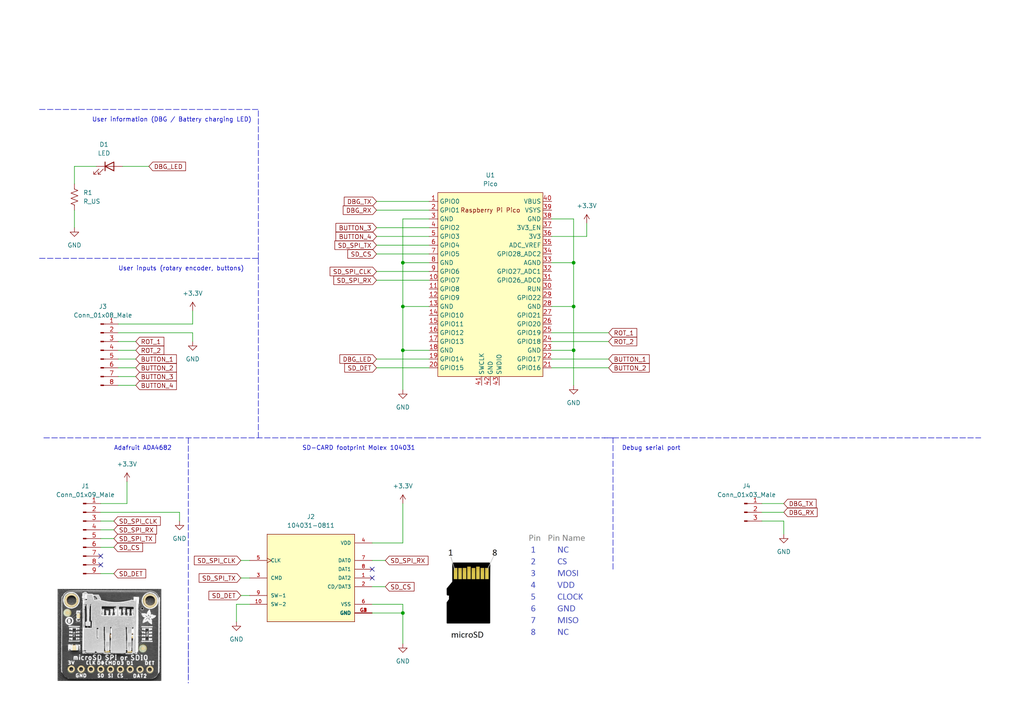
<source format=kicad_sch>
(kicad_sch (version 20211123) (generator eeschema)
  (paper "A4")
  (lib_symbols
    (symbol "104031-0811:104031-0811" (pin_names (offset 1.016))
      (property "Reference" "J" (at -12.7 13.462 0))
      (property "Value" "104031-0811" (at -12.7 -15.24 0))
      (symbol "104031-0811_0_0"
        (rectangle (start -12.7 -12.7) (end 12.7 12.7) (stroke (width 0.1524)) (fill (type background)))
        (pin bidirectional line (at 17.78 0 180) (length 5.08) (name "DAT2") (number "1"))
        (pin passive line (at -17.78 -7.62 0) (length 5.08) (name "SW-2") (number "10"))
        (pin bidirectional line (at 17.78 -2.54 180) (length 5.08) (name "CD/DAT3") (number "2"))
        (pin bidirectional line (at -17.78 0 0) (length 5.08) (name "CMD") (number "3"))
        (pin power_in line (at 17.78 10.16 180) (length 5.08) (name "VDD") (number "4"))
        (pin input clock (at -17.78 5.08 0) (length 5.08) (name "CLK") (number "5"))
        (pin power_in line (at 17.78 -7.62 180) (length 5.08) (name "VSS") (number "6"))
        (pin bidirectional line (at 17.78 5.08 180) (length 5.08) (name "DAT0") (number "7"))
        (pin bidirectional line (at 17.78 2.54 180) (length 5.08) (name "DAT1") (number "8"))
        (pin passive line (at -17.78 -5.08 0) (length 5.08) (name "SW-1") (number "9"))
        (pin power_in line (at 17.78 -10.16 180) (length 5.08) (name "GND") (number "G1"))
        (pin power_in line (at 17.78 -10.16 180) (length 5.08) (name "GND") (number "G2"))
        (pin power_in line (at 17.78 -10.16 180) (length 5.08) (name "GND") (number "G3"))
        (pin power_in line (at 17.78 -10.16 180) (length 5.08) (name "GND") (number "G4"))
      )
    )
    (symbol "Connector:Conn_01x03_Male" (pin_names (offset 1.016) hide)
      (property "Reference" "J" (at 0 5.08 0))
      (property "Value" "Conn_01x03_Male" (at 0 -5.08 0))
      (symbol "Conn_01x03_Male_1_1"
        (polyline (pts (xy 1.27 -2.54) (xy 0.8636 -2.54)) (stroke (width 0.1524)))
        (polyline (pts (xy 1.27 0) (xy 0.8636 0)) (stroke (width 0.1524)))
        (polyline (pts (xy 1.27 2.54) (xy 0.8636 2.54)) (stroke (width 0.1524)))
        (rectangle (start 0.8636 -2.413) (end 0 -2.667) (stroke (width 0.1524)) (fill (type outline)))
        (rectangle (start 0.8636 0.127) (end 0 -0.127) (stroke (width 0.1524)) (fill (type outline)))
        (rectangle (start 0.8636 2.667) (end 0 2.413) (stroke (width 0.1524)) (fill (type outline)))
        (pin passive line (at 5.08 2.54 180) (length 3.81) (name "Pin_1") (number "1"))
        (pin passive line (at 5.08 0 180) (length 3.81) (name "Pin_2") (number "2"))
        (pin passive line (at 5.08 -2.54 180) (length 3.81) (name "Pin_3") (number "3"))
      )
    )
    (symbol "Connector:Conn_01x08_Male" (pin_names (offset 1.016) hide)
      (property "Reference" "J" (at 0 10.16 0))
      (property "Value" "Conn_01x08_Male" (at 0 -12.7 0))
      (symbol "Conn_01x08_Male_1_1"
        (polyline (pts (xy 1.27 -10.16) (xy 0.8636 -10.16)) (stroke (width 0.1524)))
        (polyline (pts (xy 1.27 -7.62) (xy 0.8636 -7.62)) (stroke (width 0.1524)))
        (polyline (pts (xy 1.27 -5.08) (xy 0.8636 -5.08)) (stroke (width 0.1524)))
        (polyline (pts (xy 1.27 -2.54) (xy 0.8636 -2.54)) (stroke (width 0.1524)))
        (polyline (pts (xy 1.27 0) (xy 0.8636 0)) (stroke (width 0.1524)))
        (polyline (pts (xy 1.27 2.54) (xy 0.8636 2.54)) (stroke (width 0.1524)))
        (polyline (pts (xy 1.27 5.08) (xy 0.8636 5.08)) (stroke (width 0.1524)))
        (polyline (pts (xy 1.27 7.62) (xy 0.8636 7.62)) (stroke (width 0.1524)))
        (rectangle (start 0.8636 -10.033) (end 0 -10.287) (stroke (width 0.1524)) (fill (type outline)))
        (rectangle (start 0.8636 -7.493) (end 0 -7.747) (stroke (width 0.1524)) (fill (type outline)))
        (rectangle (start 0.8636 -4.953) (end 0 -5.207) (stroke (width 0.1524)) (fill (type outline)))
        (rectangle (start 0.8636 -2.413) (end 0 -2.667) (stroke (width 0.1524)) (fill (type outline)))
        (rectangle (start 0.8636 0.127) (end 0 -0.127) (stroke (width 0.1524)) (fill (type outline)))
        (rectangle (start 0.8636 2.667) (end 0 2.413) (stroke (width 0.1524)) (fill (type outline)))
        (rectangle (start 0.8636 5.207) (end 0 4.953) (stroke (width 0.1524)) (fill (type outline)))
        (rectangle (start 0.8636 7.747) (end 0 7.493) (stroke (width 0.1524)) (fill (type outline)))
        (pin passive line (at 5.08 7.62 180) (length 3.81) (name "Pin_1") (number "1"))
        (pin passive line (at 5.08 5.08 180) (length 3.81) (name "Pin_2") (number "2"))
        (pin passive line (at 5.08 2.54 180) (length 3.81) (name "Pin_3") (number "3"))
        (pin passive line (at 5.08 0 180) (length 3.81) (name "Pin_4") (number "4"))
        (pin passive line (at 5.08 -2.54 180) (length 3.81) (name "Pin_5") (number "5"))
        (pin passive line (at 5.08 -5.08 180) (length 3.81) (name "Pin_6") (number "6"))
        (pin passive line (at 5.08 -7.62 180) (length 3.81) (name "Pin_7") (number "7"))
        (pin passive line (at 5.08 -10.16 180) (length 3.81) (name "Pin_8") (number "8"))
      )
    )
    (symbol "Connector:Conn_01x09_Male" (pin_names (offset 1.016) hide)
      (property "Reference" "J" (at 0 12.7 0))
      (property "Value" "Conn_01x09_Male" (at 0 -12.7 0))
      (symbol "Conn_01x09_Male_1_1"
        (polyline (pts (xy 1.27 -10.16) (xy 0.8636 -10.16)) (stroke (width 0.1524)))
        (polyline (pts (xy 1.27 -7.62) (xy 0.8636 -7.62)) (stroke (width 0.1524)))
        (polyline (pts (xy 1.27 -5.08) (xy 0.8636 -5.08)) (stroke (width 0.1524)))
        (polyline (pts (xy 1.27 -2.54) (xy 0.8636 -2.54)) (stroke (width 0.1524)))
        (polyline (pts (xy 1.27 0) (xy 0.8636 0)) (stroke (width 0.1524)))
        (polyline (pts (xy 1.27 2.54) (xy 0.8636 2.54)) (stroke (width 0.1524)))
        (polyline (pts (xy 1.27 5.08) (xy 0.8636 5.08)) (stroke (width 0.1524)))
        (polyline (pts (xy 1.27 7.62) (xy 0.8636 7.62)) (stroke (width 0.1524)))
        (polyline (pts (xy 1.27 10.16) (xy 0.8636 10.16)) (stroke (width 0.1524)))
        (rectangle (start 0.8636 -10.033) (end 0 -10.287) (stroke (width 0.1524)) (fill (type outline)))
        (rectangle (start 0.8636 -7.493) (end 0 -7.747) (stroke (width 0.1524)) (fill (type outline)))
        (rectangle (start 0.8636 -4.953) (end 0 -5.207) (stroke (width 0.1524)) (fill (type outline)))
        (rectangle (start 0.8636 -2.413) (end 0 -2.667) (stroke (width 0.1524)) (fill (type outline)))
        (rectangle (start 0.8636 0.127) (end 0 -0.127) (stroke (width 0.1524)) (fill (type outline)))
        (rectangle (start 0.8636 2.667) (end 0 2.413) (stroke (width 0.1524)) (fill (type outline)))
        (rectangle (start 0.8636 5.207) (end 0 4.953) (stroke (width 0.1524)) (fill (type outline)))
        (rectangle (start 0.8636 7.747) (end 0 7.493) (stroke (width 0.1524)) (fill (type outline)))
        (rectangle (start 0.8636 10.287) (end 0 10.033) (stroke (width 0.1524)) (fill (type outline)))
        (pin passive line (at 5.08 10.16 180) (length 3.81) (name "Pin_1") (number "1"))
        (pin passive line (at 5.08 7.62 180) (length 3.81) (name "Pin_2") (number "2"))
        (pin passive line (at 5.08 5.08 180) (length 3.81) (name "Pin_3") (number "3"))
        (pin passive line (at 5.08 2.54 180) (length 3.81) (name "Pin_4") (number "4"))
        (pin passive line (at 5.08 0 180) (length 3.81) (name "Pin_5") (number "5"))
        (pin passive line (at 5.08 -2.54 180) (length 3.81) (name "Pin_6") (number "6"))
        (pin passive line (at 5.08 -5.08 180) (length 3.81) (name "Pin_7") (number "7"))
        (pin passive line (at 5.08 -7.62 180) (length 3.81) (name "Pin_8") (number "8"))
        (pin passive line (at 5.08 -10.16 180) (length 3.81) (name "Pin_9") (number "9"))
      )
    )
    (symbol "Device:LED" (pin_numbers hide) (pin_names (offset 1.016) hide)
      (property "Reference" "D" (at 0 2.54 0))
      (property "Value" "LED" (at 0 -2.54 0))
      (symbol "LED_0_1"
        (polyline (pts (xy -1.27 -1.27) (xy -1.27 1.27)) (stroke (width 0.254)))
        (polyline (pts (xy -1.27 0) (xy 1.27 0)))
        (polyline (pts (xy 1.27 -1.27) (xy 1.27 1.27) (xy -1.27 0) (xy 1.27 -1.27)) (stroke (width 0.254)))
        (polyline (pts (xy -3.048 -0.762) (xy -4.572 -2.286) (xy -3.81 -2.286) (xy -4.572 -2.286) (xy -4.572 -1.524)))
        (polyline (pts (xy -1.778 -0.762) (xy -3.302 -2.286) (xy -2.54 -2.286) (xy -3.302 -2.286) (xy -3.302 -1.524)))
      )
      (symbol "LED_1_1"
        (pin passive line (at -3.81 0 0) (length 2.54) (name "K") (number "1"))
        (pin passive line (at 3.81 0 180) (length 2.54) (name "A") (number "2"))
      )
    )
    (symbol "Device:R_US" (pin_numbers hide) (pin_names (offset 0))
      (property "Reference" "R" (at 2.54 0 90))
      (property "Value" "R_US" (at -2.54 0 90))
      (symbol "R_US_0_1"
        (polyline (pts (xy 0 -2.286) (xy 0 -2.54)))
        (polyline (pts (xy 0 2.286) (xy 0 2.54)))
        (polyline (pts (xy 0 -0.762) (xy 1.016 -1.143) (xy 0 -1.524) (xy -1.016 -1.905) (xy 0 -2.286)))
        (polyline (pts (xy 0 0.762) (xy 1.016 0.381) (xy 0 0) (xy -1.016 -0.381) (xy 0 -0.762)))
        (polyline (pts (xy 0 2.286) (xy 1.016 1.905) (xy 0 1.524) (xy -1.016 1.143) (xy 0 0.762)))
      )
      (symbol "R_US_1_1"
        (pin passive line (at 0 3.81 270) (length 1.27) (name "~") (number "1"))
        (pin passive line (at 0 -3.81 90) (length 1.27) (name "~") (number "2"))
      )
    )
    (symbol "MCU_RaspberryPi_and_Boards:Pico"
      (property "Reference" "U" (at -13.97 27.94 0))
      (property "Value" "Pico" (at 0 19.05 0))
      (symbol "Pico_0_0"
        (text "Raspberry Pi Pico" (at 0 21.59 0) (effects (font (size 1.27 1.27))))
      )
      (symbol "Pico_0_1"
        (rectangle (start -15.24 26.67) (end 15.24 -26.67) (fill (type background)))
      )
      (symbol "Pico_1_1"
        (pin bidirectional line (at -17.78 24.13 0) (length 2.54) (name "GPIO0") (number "1"))
        (pin bidirectional line (at -17.78 1.27 0) (length 2.54) (name "GPIO7") (number "10"))
        (pin bidirectional line (at -17.78 -1.27 0) (length 2.54) (name "GPIO8") (number "11"))
        (pin bidirectional line (at -17.78 -3.81 0) (length 2.54) (name "GPIO9") (number "12"))
        (pin power_in line (at -17.78 -6.35 0) (length 2.54) (name "GND") (number "13"))
        (pin bidirectional line (at -17.78 -8.89 0) (length 2.54) (name "GPIO10") (number "14"))
        (pin bidirectional line (at -17.78 -11.43 0) (length 2.54) (name "GPIO11") (number "15"))
        (pin bidirectional line (at -17.78 -13.97 0) (length 2.54) (name "GPIO12") (number "16"))
        (pin bidirectional line (at -17.78 -16.51 0) (length 2.54) (name "GPIO13") (number "17"))
        (pin power_in line (at -17.78 -19.05 0) (length 2.54) (name "GND") (number "18"))
        (pin bidirectional line (at -17.78 -21.59 0) (length 2.54) (name "GPIO14") (number "19"))
        (pin bidirectional line (at -17.78 21.59 0) (length 2.54) (name "GPIO1") (number "2"))
        (pin bidirectional line (at -17.78 -24.13 0) (length 2.54) (name "GPIO15") (number "20"))
        (pin bidirectional line (at 17.78 -24.13 180) (length 2.54) (name "GPIO16") (number "21"))
        (pin bidirectional line (at 17.78 -21.59 180) (length 2.54) (name "GPIO17") (number "22"))
        (pin power_in line (at 17.78 -19.05 180) (length 2.54) (name "GND") (number "23"))
        (pin bidirectional line (at 17.78 -16.51 180) (length 2.54) (name "GPIO18") (number "24"))
        (pin bidirectional line (at 17.78 -13.97 180) (length 2.54) (name "GPIO19") (number "25"))
        (pin bidirectional line (at 17.78 -11.43 180) (length 2.54) (name "GPIO20") (number "26"))
        (pin bidirectional line (at 17.78 -8.89 180) (length 2.54) (name "GPIO21") (number "27"))
        (pin power_in line (at 17.78 -6.35 180) (length 2.54) (name "GND") (number "28"))
        (pin bidirectional line (at 17.78 -3.81 180) (length 2.54) (name "GPIO22") (number "29"))
        (pin power_in line (at -17.78 19.05 0) (length 2.54) (name "GND") (number "3"))
        (pin input line (at 17.78 -1.27 180) (length 2.54) (name "RUN") (number "30"))
        (pin bidirectional line (at 17.78 1.27 180) (length 2.54) (name "GPIO26_ADC0") (number "31"))
        (pin bidirectional line (at 17.78 3.81 180) (length 2.54) (name "GPIO27_ADC1") (number "32"))
        (pin power_in line (at 17.78 6.35 180) (length 2.54) (name "AGND") (number "33"))
        (pin bidirectional line (at 17.78 8.89 180) (length 2.54) (name "GPIO28_ADC2") (number "34"))
        (pin power_in line (at 17.78 11.43 180) (length 2.54) (name "ADC_VREF") (number "35"))
        (pin power_in line (at 17.78 13.97 180) (length 2.54) (name "3V3") (number "36"))
        (pin input line (at 17.78 16.51 180) (length 2.54) (name "3V3_EN") (number "37"))
        (pin bidirectional line (at 17.78 19.05 180) (length 2.54) (name "GND") (number "38"))
        (pin power_in line (at 17.78 21.59 180) (length 2.54) (name "VSYS") (number "39"))
        (pin bidirectional line (at -17.78 16.51 0) (length 2.54) (name "GPIO2") (number "4"))
        (pin power_in line (at 17.78 24.13 180) (length 2.54) (name "VBUS") (number "40"))
        (pin input line (at -2.54 -29.21 90) (length 2.54) (name "SWCLK") (number "41"))
        (pin power_in line (at 0 -29.21 90) (length 2.54) (name "GND") (number "42"))
        (pin bidirectional line (at 2.54 -29.21 90) (length 2.54) (name "SWDIO") (number "43"))
        (pin bidirectional line (at -17.78 13.97 0) (length 2.54) (name "GPIO3") (number "5"))
        (pin bidirectional line (at -17.78 11.43 0) (length 2.54) (name "GPIO4") (number "6"))
        (pin bidirectional line (at -17.78 8.89 0) (length 2.54) (name "GPIO5") (number "7"))
        (pin power_in line (at -17.78 6.35 0) (length 2.54) (name "GND") (number "8"))
        (pin bidirectional line (at -17.78 3.81 0) (length 2.54) (name "GPIO6") (number "9"))
      )
    )
    (symbol "power:+3.3V" (power) (pin_names (offset 0))
      (property "Value" "+3.3V" (at 0 3.556 0))
      (symbol "+3.3V_0_1"
        (polyline (pts (xy -0.762 1.27) (xy 0 2.54)))
        (polyline (pts (xy 0 0) (xy 0 2.54)))
        (polyline (pts (xy 0 2.54) (xy 0.762 1.27)))
      )
      (symbol "+3.3V_1_1"
        (pin power_in line (at 0 0 90) (length 0) hide (name "+3.3V") (number "1"))
      )
    )
    (symbol "power:GND" (power) (pin_names (offset 0))
      (property "Value" "GND" (at 0 -3.81 0))
      (symbol "GND_0_1"
        (polyline (pts (xy 0 0) (xy 0 -1.27) (xy 1.27 -1.27) (xy 0 -2.54) (xy -1.27 -1.27) (xy 0 -1.27)))
      )
      (symbol "GND_1_1"
        (pin power_in line (at 0 0 270) (length 0) hide (name "GND") (number "1"))
      )
    )
  )
  (junction (at 116.84 88.9))
  (junction (at 166.37 76.2))
  (junction (at 116.84 101.6))
  (junction (at 116.84 76.2))
  (junction (at 116.84 177.8))
  (junction (at 166.37 88.9))
  (junction (at 166.37 101.6))
  (no_connect (at 29.21 161.29))
  (no_connect (at 107.95 167.64))
  (no_connect (at 107.95 165.1))
  (no_connect (at 29.21 163.83))
  (wire (pts (xy 68.58 175.26) (xy 68.58 180.34)))
  (wire (pts (xy 52.07 148.59) (xy 52.07 151.13)))
  (wire (pts (xy 107.95 170.18) (xy 111.76 170.18)))
  (wire (pts (xy 116.84 157.48) (xy 116.84 146.05)))
  (polyline (pts (xy 11.43 74.93) (xy 74.93 74.93)))
  (wire (pts (xy 166.37 88.9) (xy 166.37 101.6)))
  (wire (pts (xy 36.83 146.05) (xy 36.83 139.7)))
  (wire (pts (xy 34.29 99.06) (xy 39.37 99.06)))
  (wire (pts (xy 160.02 104.14) (xy 176.53 104.14)))
  (wire (pts (xy 109.22 81.28) (xy 124.46 81.28)))
  (wire (pts (xy 220.98 146.05) (xy 227.33 146.05)))
  (wire (pts (xy 109.22 66.04) (xy 124.46 66.04)))
  (polyline (pts (xy 74.93 127) (xy 74.93 74.93)))
  (wire (pts (xy 116.84 76.2) (xy 116.84 88.9)))
  (polyline (pts (xy 11.43 31.75) (xy 74.93 31.75)))
  (wire (pts (xy 34.29 106.68) (xy 39.37 106.68)))
  (wire (pts (xy 69.85 162.56) (xy 72.39 162.56)))
  (wire (pts (xy 34.29 93.98) (xy 55.88 93.98)))
  (wire (pts (xy 166.37 63.5) (xy 166.37 76.2)))
  (wire (pts (xy 109.22 106.68) (xy 124.46 106.68)))
  (wire (pts (xy 220.98 151.13) (xy 227.33 151.13)))
  (wire (pts (xy 69.85 172.72) (xy 72.39 172.72)))
  (wire (pts (xy 34.29 104.14) (xy 39.37 104.14)))
  (wire (pts (xy 107.95 177.8) (xy 116.84 177.8)))
  (wire (pts (xy 21.59 48.26) (xy 21.59 53.34)))
  (wire (pts (xy 29.21 148.59) (xy 52.07 148.59)))
  (wire (pts (xy 220.98 148.59) (xy 227.33 148.59)))
  (wire (pts (xy 29.21 156.21) (xy 33.02 156.21)))
  (wire (pts (xy 29.21 146.05) (xy 36.83 146.05)))
  (wire (pts (xy 34.29 109.22) (xy 39.37 109.22)))
  (wire (pts (xy 166.37 76.2) (xy 166.37 88.9)))
  (wire (pts (xy 109.22 68.58) (xy 124.46 68.58)))
  (wire (pts (xy 116.84 76.2) (xy 124.46 76.2)))
  (polyline (pts (xy 177.8 127) (xy 175.26 127)))
  (polyline (pts (xy 12.7 127) (xy 121.92 127)))
  (wire (pts (xy 29.21 158.75) (xy 33.02 158.75)))
  (wire (pts (xy 160.02 106.68) (xy 176.53 106.68)))
  (wire (pts (xy 109.22 78.74) (xy 124.46 78.74)))
  (wire (pts (xy 55.88 93.98) (xy 55.88 90.17)))
  (wire (pts (xy 69.85 167.64) (xy 72.39 167.64)))
  (wire (pts (xy 160.02 96.52) (xy 176.53 96.52)))
  (polyline (pts (xy 177.8 165.1) (xy 177.8 127)))
  (wire (pts (xy 21.59 60.96) (xy 21.59 66.04)))
  (wire (pts (xy 116.84 88.9) (xy 124.46 88.9)))
  (wire (pts (xy 29.21 151.13) (xy 33.02 151.13)))
  (wire (pts (xy 109.22 71.12) (xy 124.46 71.12)))
  (wire (pts (xy 55.88 96.52) (xy 55.88 99.06)))
  (wire (pts (xy 116.84 101.6) (xy 116.84 113.03)))
  (wire (pts (xy 116.84 177.8) (xy 116.84 186.69)))
  (wire (pts (xy 107.95 157.48) (xy 116.84 157.48)))
  (wire (pts (xy 29.21 166.37) (xy 33.02 166.37)))
  (polyline (pts (xy 121.92 127) (xy 176.53 127)))
  (wire (pts (xy 34.29 96.52) (xy 55.88 96.52)))
  (wire (pts (xy 160.02 101.6) (xy 166.37 101.6)))
  (wire (pts (xy 27.94 48.26) (xy 21.59 48.26)))
  (wire (pts (xy 160.02 88.9) (xy 166.37 88.9)))
  (wire (pts (xy 109.22 104.14) (xy 124.46 104.14)))
  (wire (pts (xy 116.84 88.9) (xy 116.84 101.6)))
  (polyline (pts (xy 54.61 186.69) (xy 54.61 196.85)))
  (wire (pts (xy 109.22 73.66) (xy 124.46 73.66)))
  (wire (pts (xy 116.84 101.6) (xy 124.46 101.6)))
  (wire (pts (xy 34.29 101.6) (xy 39.37 101.6)))
  (wire (pts (xy 72.39 175.26) (xy 68.58 175.26)))
  (wire (pts (xy 124.46 63.5) (xy 116.84 63.5)))
  (wire (pts (xy 35.56 48.26) (xy 43.18 48.26)))
  (wire (pts (xy 160.02 76.2) (xy 166.37 76.2)))
  (polyline (pts (xy 54.61 127) (xy 54.61 198.12)))
  (wire (pts (xy 160.02 99.06) (xy 176.53 99.06)))
  (wire (pts (xy 29.21 153.67) (xy 33.02 153.67)))
  (wire (pts (xy 166.37 101.6) (xy 166.37 111.76)))
  (wire (pts (xy 116.84 175.26) (xy 116.84 177.8)))
  (wire (pts (xy 109.22 58.42) (xy 124.46 58.42)))
  (wire (pts (xy 116.84 63.5) (xy 116.84 76.2)))
  (wire (pts (xy 107.95 175.26) (xy 116.84 175.26)))
  (wire (pts (xy 170.18 68.58) (xy 170.18 64.77)))
  (wire (pts (xy 109.22 60.96) (xy 124.46 60.96)))
  (wire (pts (xy 227.33 151.13) (xy 227.33 154.94)))
  (wire (pts (xy 34.29 111.76) (xy 39.37 111.76)))
  (polyline (pts (xy 177.8 127) (xy 284.48 127)))
  (polyline (pts (xy 74.93 74.93) (xy 74.93 31.75)))
  (wire (pts (xy 107.95 162.56) (xy 111.76 162.56)))
  (wire (pts (xy 160.02 63.5) (xy 166.37 63.5)))
  (wire (pts (xy 160.02 68.58) (xy 170.18 68.58)))
  (image (at 31.75 184.15) (scale 0.50724))
  (image (at 149.86 168.91) (scale 0.682611))
  (text "SD-CARD footprint Molex 104031" (at 87.63 130.81 0) (effects (font (size 1.27 1.27)) (justify left bottom)))
  (text "Adafruit ADA4682" (at 33.02 130.81 0) (effects (font (size 1.27 1.27)) (justify left bottom)))
  (text "User inputs (rotary encoder, buttons)" (at 34.29 78.74 0) (effects (font (size 1.27 1.27)) (justify left bottom)))
  (text "User information (DBG / Battery charging LED)" (at 26.67 35.56 0) (effects (font (size 1.27 1.27)) (justify left bottom)))
  (text "Debug serial port" (at 180.34 130.81 0) (effects (font (size 1.27 1.27)) (justify left bottom)))
  (global_label "SD_SPI_RX" (shape input) (at 111.76 162.56 0) (property "Références Inter-Feuilles" "${INTERSHEET_REFS}" (effects hide)))
  (global_label "DBG_RX" (shape input) (at 109.22 60.96 180) (property "Références Inter-Feuilles" "${INTERSHEET_REFS}" (effects hide)))
  (global_label "BUTTON_4" (shape input) (at 39.37 111.76 0) (property "Références Inter-Feuilles" "${INTERSHEET_REFS}" (effects hide)))
  (global_label "SD_SPI_TX" (shape input) (at 33.02 156.21 0) (property "Références Inter-Feuilles" "${INTERSHEET_REFS}" (effects hide)))
  (global_label "DBG_RX" (shape input) (at 227.33 148.59 0) (property "Références Inter-Feuilles" "${INTERSHEET_REFS}" (effects hide)))
  (global_label "ROT_2" (shape input) (at 39.37 101.6 0) (property "Références Inter-Feuilles" "${INTERSHEET_REFS}" (effects hide)))
  (global_label "SD_SPI_CLK" (shape input) (at 109.22 78.74 180) (property "Références Inter-Feuilles" "${INTERSHEET_REFS}" (effects hide)))
  (global_label "SD_SPI_CLK" (shape input) (at 33.02 151.13 0) (property "Références Inter-Feuilles" "${INTERSHEET_REFS}" (effects hide)))
  (global_label "ROT_1" (shape input) (at 176.53 96.52 0) (property "Références Inter-Feuilles" "${INTERSHEET_REFS}" (effects hide)))
  (global_label "BUTTON_1" (shape input) (at 39.37 104.14 0) (property "Références Inter-Feuilles" "${INTERSHEET_REFS}" (effects hide)))
  (global_label "BUTTON_1" (shape input) (at 176.53 104.14 0) (property "Références Inter-Feuilles" "${INTERSHEET_REFS}" (effects hide)))
  (global_label "SD_SPI_TX" (shape input) (at 109.22 71.12 180) (property "Références Inter-Feuilles" "${INTERSHEET_REFS}" (effects hide)))
  (global_label "SD_DET" (shape input) (at 69.85 172.72 180) (property "Références Inter-Feuilles" "${INTERSHEET_REFS}" (effects hide)))
  (global_label "DBG_LED" (shape input) (at 109.22 104.14 180) (property "Références Inter-Feuilles" "${INTERSHEET_REFS}" (effects hide)))
  (global_label "BUTTON_2" (shape input) (at 39.37 106.68 0) (property "Références Inter-Feuilles" "${INTERSHEET_REFS}" (effects hide)))
  (global_label "ROT_1" (shape input) (at 39.37 99.06 0) (property "Références Inter-Feuilles" "${INTERSHEET_REFS}" (effects hide)))
  (global_label "BUTTON_2" (shape input) (at 176.53 106.68 0) (property "Références Inter-Feuilles" "${INTERSHEET_REFS}" (effects hide)))
  (global_label "SD_CS" (shape input) (at 111.76 170.18 0) (property "Références Inter-Feuilles" "${INTERSHEET_REFS}" (effects hide)))
  (global_label "DBG_TX" (shape input) (at 227.33 146.05 0) (property "Références Inter-Feuilles" "${INTERSHEET_REFS}" (effects hide)))
  (global_label "SD_CS" (shape input) (at 33.02 158.75 0) (property "Références Inter-Feuilles" "${INTERSHEET_REFS}" (effects hide)))
  (global_label "SD_DET" (shape input) (at 109.22 106.68 180) (property "Références Inter-Feuilles" "${INTERSHEET_REFS}" (effects hide)))
  (global_label "SD_SPI_RX" (shape input) (at 33.02 153.67 0) (property "Références Inter-Feuilles" "${INTERSHEET_REFS}" (effects hide)))
  (global_label "BUTTON_4" (shape input) (at 109.22 68.58 180) (property "Références Inter-Feuilles" "${INTERSHEET_REFS}" (effects hide)))
  (global_label "SD_SPI_RX" (shape input) (at 109.22 81.28 180) (property "Références Inter-Feuilles" "${INTERSHEET_REFS}" (effects hide)))
  (global_label "SD_DET" (shape input) (at 33.02 166.37 0) (property "Références Inter-Feuilles" "${INTERSHEET_REFS}" (effects hide)))
  (global_label "SD_SPI_CLK" (shape input) (at 69.85 162.56 180) (property "Références Inter-Feuilles" "${INTERSHEET_REFS}" (effects hide)))
  (global_label "ROT_2" (shape input) (at 176.53 99.06 0) (property "Références Inter-Feuilles" "${INTERSHEET_REFS}" (effects hide)))
  (global_label "DBG_LED" (shape input) (at 43.18 48.26 0) (property "Références Inter-Feuilles" "${INTERSHEET_REFS}" (effects hide)))
  (global_label "DBG_TX" (shape input) (at 109.22 58.42 180) (property "Références Inter-Feuilles" "${INTERSHEET_REFS}" (effects hide)))
  (global_label "SD_CS" (shape input) (at 109.22 73.66 180) (property "Références Inter-Feuilles" "${INTERSHEET_REFS}" (effects hide)))
  (global_label "BUTTON_3" (shape input) (at 39.37 109.22 0) (property "Références Inter-Feuilles" "${INTERSHEET_REFS}" (effects hide)))
  (global_label "BUTTON_3" (shape input) (at 109.22 66.04 180) (property "Références Inter-Feuilles" "${INTERSHEET_REFS}" (effects hide)))
  (global_label "SD_SPI_TX" (shape input) (at 69.85 167.64 180) (property "Références Inter-Feuilles" "${INTERSHEET_REFS}" (effects hide)))
  (symbol (lib_id "Device:LED") (at 31.75 48.26 0) (unit 1)
    (property "Reference" "D1" (at 30.1625 41.91 0))
    (property "Value" "LED" (at 30.1625 44.45 0))
    (property "Footprint" "LED_THT:LED_D3.0mm" (effects hide))
  )
  (symbol (lib_id "power:+3.3V") (at 170.18 64.77 0) (unit 1)
    (property "Reference" "#PWR07" (effects hide))
    (property "Value" "+3.3V" (at 170.18 59.69 0))
  )
  (symbol (lib_id "power:+3.3V") (at 55.88 90.17 0) (unit 1)
    (property "Reference" "#PWR0104" (effects hide))
    (property "Value" "+3.3V" (at 55.88 85.09 0))
  )
  (symbol (lib_id "Device:R_US") (at 21.59 57.15 0) (unit 1)
    (property "Reference" "R1" (at 24.13 55.8799 0) (effects (justify left)))
    (property "Value" "R_US" (at 24.13 58.4199 0) (effects (justify left)))
    (property "Footprint" "Resistor_THT:R_Axial_DIN0207_L6.3mm_D2.5mm_P10.16mm_Horizontal" (effects hide))
  )
  (symbol (lib_id "power:GND") (at 227.33 154.94 0) (unit 1)
    (property "Reference" "#PWR0103" (effects hide))
    (property "Value" "GND" (at 227.33 160.02 0))
  )
  (symbol (lib_id "power:GND") (at 52.07 151.13 0) (unit 1)
    (property "Reference" "#PWR02" (effects hide))
    (property "Value" "GND" (at 52.07 156.21 0))
  )
  (symbol (lib_id "power:GND") (at 166.37 111.76 0) (unit 1)
    (property "Reference" "#PWR0102" (effects hide))
    (property "Value" "GND" (at 166.37 116.84 0))
  )
  (symbol (lib_id "MCU_RaspberryPi_and_Boards:Pico") (at 142.24 82.55 0) (unit 1)
    (property "Reference" "U1" (at 142.24 50.8 0))
    (property "Value" "Pico" (at 142.24 53.34 0))
    (property "Footprint" "MCU_RaspberryPi_and_Boards:RPi_Pico_SMD_TH" (effects hide))
  )
  (symbol (lib_id "power:GND") (at 21.59 66.04 0) (unit 1)
    (property "Reference" "#PWR0106" (effects hide))
    (property "Value" "GND" (at 21.59 71.12 0))
  )
  (symbol (lib_id "power:GND") (at 68.58 180.34 0) (unit 1)
    (property "Reference" "#PWR03" (effects hide))
    (property "Value" "GND" (at 68.58 185.42 0))
  )
  (symbol (lib_id "Connector:Conn_01x09_Male") (at 24.13 156.21 0) (unit 1)
    (property "Reference" "J1" (at 24.765 140.97 0))
    (property "Value" "Conn_01x09_Male" (at 24.765 143.51 0))
    (property "Footprint" "Connector_PinHeader_2.54mm:PinHeader_1x09_P2.54mm_Vertical" (effects hide))
  )
  (symbol (lib_id "104031-0811:104031-0811") (at 90.17 167.64 0) (unit 1)
    (property "Reference" "J2" (at 90.17 149.86 0))
    (property "Value" "104031-0811" (at 90.17 152.4 0))
    (property "Footprint" "Connector_Card:microSD_HC_Molex_104031-0811" (effects hide))
    (property "PARTREV" "B2" (effects hide))
    (property "STANDARD" "Manufacturer Recommendations" (effects hide))
    (property "MAXIMUM_PACKAGE_HEIGHT" "1.57mm" (effects hide))
    (property "MANUFACTURER" "Molex" (effects hide))
  )
  (symbol (lib_id "power:GND") (at 116.84 113.03 0) (unit 1)
    (property "Reference" "#PWR0101" (effects hide))
    (property "Value" "GND" (at 116.84 118.11 0))
  )
  (symbol (lib_id "power:+3.3V") (at 116.84 146.05 0) (unit 1)
    (property "Reference" "#PWR05" (effects hide))
    (property "Value" "+3.3V" (at 116.84 140.97 0))
  )
  (symbol (lib_id "Connector:Conn_01x03_Male") (at 215.9 148.59 0) (unit 1)
    (property "Reference" "J4" (at 216.535 140.97 0))
    (property "Value" "Conn_01x03_Male" (at 216.535 143.51 0))
    (property "Footprint" "Connector_PinHeader_2.54mm:PinHeader_1x03_P2.54mm_Vertical" (effects hide))
  )
  (symbol (lib_id "power:GND") (at 116.84 186.69 0) (unit 1)
    (property "Reference" "#PWR06" (effects hide))
    (property "Value" "GND" (at 116.84 191.77 0))
  )
  (symbol (lib_id "Connector:Conn_01x08_Male") (at 29.21 101.6 0) (unit 1)
    (property "Reference" "J3" (at 29.845 88.9 0))
    (property "Value" "Conn_01x08_Male" (at 29.845 91.44 0))
    (property "Footprint" "Connector_PinHeader_2.54mm:PinHeader_1x08_P2.54mm_Vertical" (effects hide))
  )
  (symbol (lib_id "power:GND") (at 55.88 99.06 0) (unit 1)
    (property "Reference" "#PWR0105" (effects hide))
    (property "Value" "GND" (at 55.88 104.14 0))
  )
  (symbol (lib_id "power:+3.3V") (at 36.83 139.7 0) (unit 1)
    (property "Reference" "#PWR01" (effects hide))
    (property "Value" "+3.3V" (at 36.83 134.62 0))
  )
)
</source>
